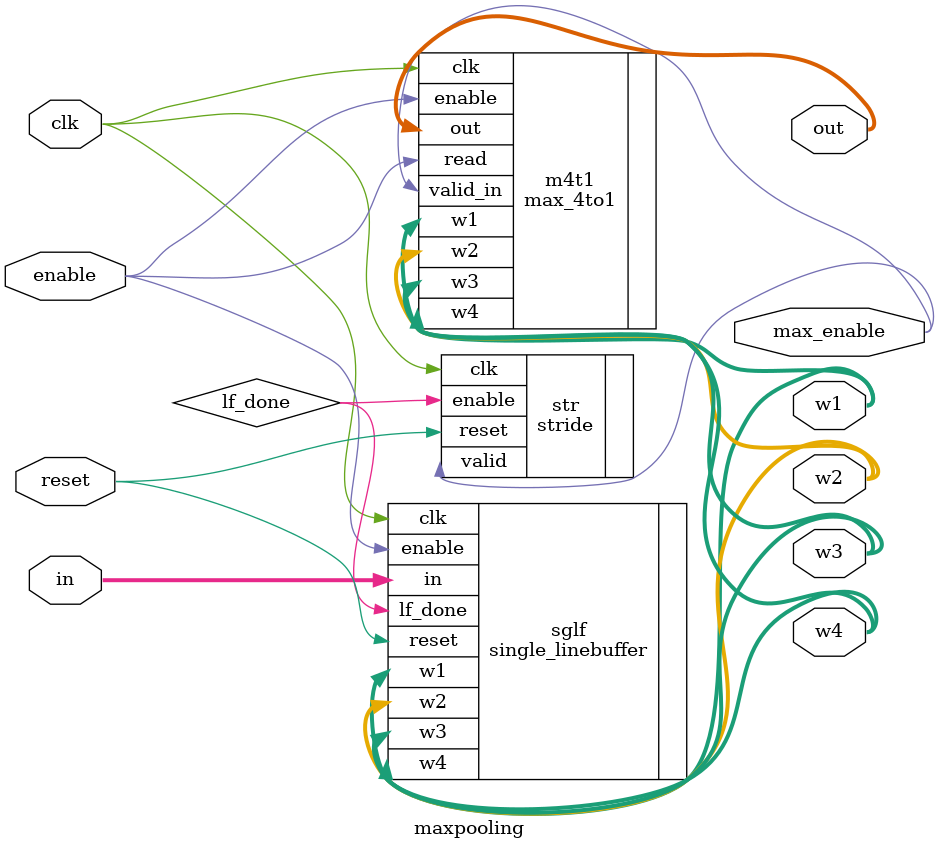
<source format=v>
module maxpooling (clk, reset, enable,in,out,w1,w2,w3,w4,max_enable);

input clk, reset, enable;
input [31:0] in;
output [31:0] out;

output [31:0] w1, w2, w3, w4;
output  max_enable;
wire lf_done;
single_linebuffer sglf (.clk(clk),
								.reset(reset), 
								.enable(enable),
								.in(in), 
								.w1(w1), 
								.w2(w2),
								.w3(w3),
								.w4(w4),
								.lf_done(lf_done)
								);
stride str (.clk(clk), 
				.reset(reset), 
				.enable(lf_done),
				.valid(max_enable)
				);
max_4to1 m4t1 (.clk(clk),
				  .valid_in(max_enable), 
				  .enable(enable), 
				  .read(enable),
				  .w1(w1),
				  .w2(w2),
				  .w3(w3),
				  .w4(w4),
				  .out(out)
				  );


endmodule 

</source>
